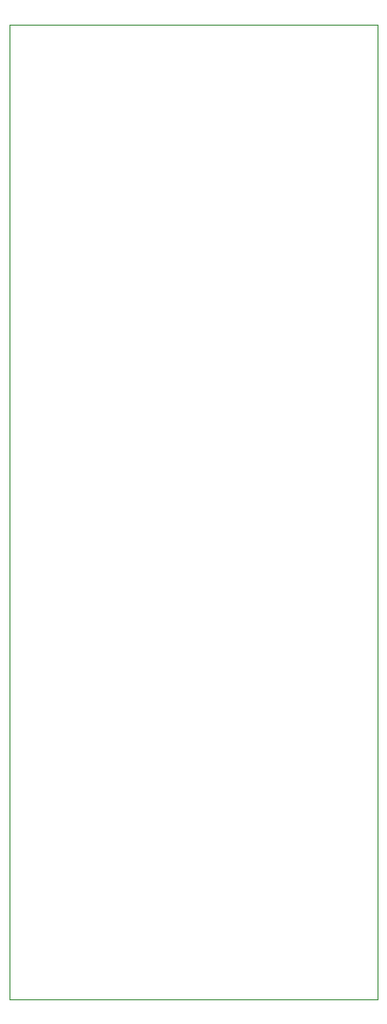
<source format=gbr>
%TF.GenerationSoftware,KiCad,Pcbnew,6.0.11+dfsg-1*%
%TF.CreationDate,2024-01-27T16:44:02+03:00*%
%TF.ProjectId,power,706f7765-722e-46b6-9963-61645f706362,rev?*%
%TF.SameCoordinates,Original*%
%TF.FileFunction,Profile,NP*%
%FSLAX46Y46*%
G04 Gerber Fmt 4.6, Leading zero omitted, Abs format (unit mm)*
G04 Created by KiCad (PCBNEW 6.0.11+dfsg-1) date 2024-01-27 16:44:02*
%MOMM*%
%LPD*%
G01*
G04 APERTURE LIST*
%TA.AperFunction,Profile*%
%ADD10C,0.100000*%
%TD*%
G04 APERTURE END LIST*
D10*
X234198000Y-111156000D02*
X266998000Y-111156000D01*
X266998000Y-111156000D02*
X266998000Y-24256000D01*
X266998000Y-24256000D02*
X234198000Y-24256000D01*
X234198000Y-24256000D02*
X234198000Y-111156000D01*
M02*

</source>
